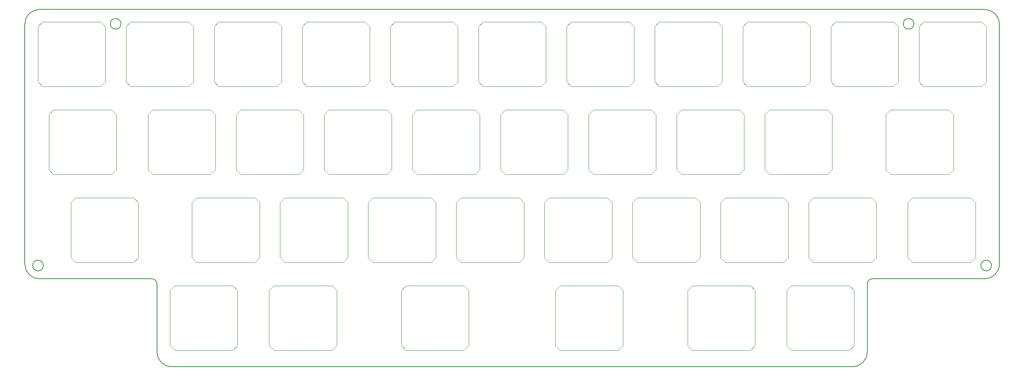
<source format=gbr>
%TF.GenerationSoftware,KiCad,Pcbnew,(7.0.0)*%
%TF.CreationDate,2023-08-01T20:03:55+02:00*%
%TF.ProjectId,travaulta plate topre,74726176-6175-46c7-9461-20706c617465,rev?*%
%TF.SameCoordinates,Original*%
%TF.FileFunction,Profile,NP*%
%FSLAX46Y46*%
G04 Gerber Fmt 4.6, Leading zero omitted, Abs format (unit mm)*
G04 Created by KiCad (PCBNEW (7.0.0)) date 2023-08-01 20:03:55*
%MOMM*%
%LPD*%
G01*
G04 APERTURE LIST*
%TA.AperFunction,Profile*%
%ADD10C,0.200000*%
%TD*%
%TA.AperFunction,Profile*%
%ADD11C,0.050000*%
%TD*%
%TA.AperFunction,Profile*%
%ADD12C,0.120000*%
%TD*%
G04 APERTURE END LIST*
D10*
X72450000Y-121724999D02*
X72450000Y-106974999D01*
X252884375Y-102933999D02*
G75*
G03*
X252884375Y-102933999I-1150000J0D01*
G01*
D11*
X61087000Y-50927000D02*
X61087000Y-50927000D01*
D10*
X47866000Y-102933999D02*
G75*
G03*
X47866000Y-102933999I-1150000J0D01*
G01*
X251475000Y-105775000D02*
G75*
G03*
X254575000Y-102674999I0J3100000D01*
G01*
X72450001Y-106974999D02*
G75*
G03*
X71250000Y-105774999I-1200001J-1D01*
G01*
X46975000Y-47474999D02*
X251475000Y-47474999D01*
X226000000Y-106974999D02*
X226000000Y-121724999D01*
X222900000Y-124824999D02*
X75550000Y-124824999D01*
X64650000Y-50574999D02*
G75*
G03*
X64650000Y-50574999I-1150000J0D01*
G01*
X236100000Y-50574999D02*
G75*
G03*
X236100000Y-50574999I-1150000J0D01*
G01*
X43875001Y-102674999D02*
G75*
G03*
X46975000Y-105774999I3099999J-1D01*
G01*
X254575001Y-50574999D02*
G75*
G03*
X251475000Y-47474999I-3100001J-1D01*
G01*
X227200000Y-105775000D02*
G75*
G03*
X226000000Y-106974999I0J-1200000D01*
G01*
X222900000Y-124825000D02*
G75*
G03*
X226000000Y-121724999I0J3100000D01*
G01*
X254575000Y-50574999D02*
X254575000Y-102674999D01*
X46975000Y-47475000D02*
G75*
G03*
X43875000Y-50574999I0J-3100000D01*
G01*
X71250000Y-105774999D02*
X46975000Y-105774999D01*
X251475000Y-105774999D02*
X227200000Y-105774999D01*
X72450001Y-121724999D02*
G75*
G03*
X75550000Y-124824999I3099999J-1D01*
G01*
X43875000Y-102674999D02*
X43875000Y-50574999D01*
D12*
%TO.C,REF\u002A\u002A*%
X208600000Y-108300000D02*
X208600000Y-120300000D01*
X208600000Y-120300000D02*
X209600000Y-121300000D01*
X209600000Y-107300000D02*
X208600000Y-108300000D01*
X209600000Y-121300000D02*
X222200000Y-121300000D01*
X222200000Y-107300000D02*
X209600000Y-107300000D01*
X222200000Y-107300000D02*
X223200000Y-108300000D01*
X222200000Y-121300000D02*
X223200000Y-120300000D01*
X223200000Y-120300000D02*
X223200000Y-108300000D01*
X213362500Y-89250000D02*
X213362500Y-101250000D01*
X213362500Y-101250000D02*
X214362500Y-102250000D01*
X214362500Y-88250000D02*
X213362500Y-89250000D01*
X214362500Y-102250000D02*
X226962500Y-102250000D01*
X226962500Y-88250000D02*
X214362500Y-88250000D01*
X226962500Y-88250000D02*
X227962500Y-89250000D01*
X226962500Y-102250000D02*
X227962500Y-101250000D01*
X227962500Y-101250000D02*
X227962500Y-89250000D01*
X125255000Y-108300000D02*
X125255000Y-120300000D01*
X125255000Y-120300000D02*
X126255000Y-121300000D01*
X126255000Y-107300000D02*
X125255000Y-108300000D01*
X126255000Y-121300000D02*
X138855000Y-121300000D01*
X138855000Y-107300000D02*
X126255000Y-107300000D01*
X138855000Y-107300000D02*
X139855000Y-108300000D01*
X138855000Y-121300000D02*
X139855000Y-120300000D01*
X139855000Y-120300000D02*
X139855000Y-108300000D01*
X165737500Y-70200000D02*
X165737500Y-82200000D01*
X165737500Y-82200000D02*
X166737500Y-83200000D01*
X166737500Y-69200000D02*
X165737500Y-70200000D01*
X166737500Y-83200000D02*
X179337500Y-83200000D01*
X179337500Y-69200000D02*
X166737500Y-69200000D01*
X179337500Y-69200000D02*
X180337500Y-70200000D01*
X179337500Y-83200000D02*
X180337500Y-82200000D01*
X180337500Y-82200000D02*
X180337500Y-70200000D01*
X96680000Y-108300000D02*
X96680000Y-120300000D01*
X96680000Y-120300000D02*
X97680000Y-121300000D01*
X97680000Y-107300000D02*
X96680000Y-108300000D01*
X97680000Y-121300000D02*
X110280000Y-121300000D01*
X110280000Y-107300000D02*
X97680000Y-107300000D01*
X110280000Y-107300000D02*
X111280000Y-108300000D01*
X110280000Y-121300000D02*
X111280000Y-120300000D01*
X111280000Y-120300000D02*
X111280000Y-108300000D01*
X108587500Y-70200000D02*
X108587500Y-82200000D01*
X108587500Y-82200000D02*
X109587500Y-83200000D01*
X109587500Y-69200000D02*
X108587500Y-70200000D01*
X109587500Y-83200000D02*
X122187500Y-83200000D01*
X122187500Y-69200000D02*
X109587500Y-69200000D01*
X122187500Y-69200000D02*
X123187500Y-70200000D01*
X122187500Y-83200000D02*
X123187500Y-82200000D01*
X123187500Y-82200000D02*
X123187500Y-70200000D01*
X75250000Y-108300000D02*
X75250000Y-120300000D01*
X75250000Y-120300000D02*
X76250000Y-121300000D01*
X76250000Y-107300000D02*
X75250000Y-108300000D01*
X76250000Y-121300000D02*
X88850000Y-121300000D01*
X88850000Y-107300000D02*
X76250000Y-107300000D01*
X88850000Y-107300000D02*
X89850000Y-108300000D01*
X88850000Y-121300000D02*
X89850000Y-120300000D01*
X89850000Y-120300000D02*
X89850000Y-108300000D01*
X49058000Y-70200000D02*
X49058000Y-82200000D01*
X49058000Y-82200000D02*
X50058000Y-83200000D01*
X50058000Y-69200000D02*
X49058000Y-70200000D01*
X50058000Y-83200000D02*
X62658000Y-83200000D01*
X62658000Y-69200000D02*
X50058000Y-69200000D01*
X62658000Y-69200000D02*
X63658000Y-70200000D01*
X62658000Y-83200000D02*
X63658000Y-82200000D01*
X63658000Y-82200000D02*
X63658000Y-70200000D01*
X70487500Y-70200000D02*
X70487500Y-82200000D01*
X70487500Y-82200000D02*
X71487500Y-83200000D01*
X71487500Y-69200000D02*
X70487500Y-70200000D01*
X71487500Y-83200000D02*
X84087500Y-83200000D01*
X84087500Y-69200000D02*
X71487500Y-69200000D01*
X84087500Y-69200000D02*
X85087500Y-70200000D01*
X84087500Y-83200000D02*
X85087500Y-82200000D01*
X85087500Y-82200000D02*
X85087500Y-70200000D01*
X230030000Y-70200000D02*
X230030000Y-82200000D01*
X230030000Y-82200000D02*
X231030000Y-83200000D01*
X231030000Y-69200000D02*
X230030000Y-70200000D01*
X231030000Y-83200000D02*
X243630000Y-83200000D01*
X243630000Y-69200000D02*
X231030000Y-69200000D01*
X243630000Y-69200000D02*
X244630000Y-70200000D01*
X243630000Y-83200000D02*
X244630000Y-82200000D01*
X244630000Y-82200000D02*
X244630000Y-70200000D01*
X122875000Y-51150000D02*
X122875000Y-63150000D01*
X122875000Y-63150000D02*
X123875000Y-64150000D01*
X123875000Y-50150000D02*
X122875000Y-51150000D01*
X123875000Y-64150000D02*
X136475000Y-64150000D01*
X136475000Y-50150000D02*
X123875000Y-50150000D01*
X136475000Y-50150000D02*
X137475000Y-51150000D01*
X136475000Y-64150000D02*
X137475000Y-63150000D01*
X137475000Y-63150000D02*
X137475000Y-51150000D01*
X158592000Y-108300000D02*
X158592000Y-120300000D01*
X158592000Y-120300000D02*
X159592000Y-121300000D01*
X159592000Y-107300000D02*
X158592000Y-108300000D01*
X159592000Y-121300000D02*
X172192000Y-121300000D01*
X172192000Y-107300000D02*
X159592000Y-107300000D01*
X172192000Y-107300000D02*
X173192000Y-108300000D01*
X172192000Y-121300000D02*
X173192000Y-120300000D01*
X173192000Y-120300000D02*
X173192000Y-108300000D01*
X194312500Y-89250000D02*
X194312500Y-101250000D01*
X194312500Y-101250000D02*
X195312500Y-102250000D01*
X195312500Y-88250000D02*
X194312500Y-89250000D01*
X195312500Y-102250000D02*
X207912500Y-102250000D01*
X207912500Y-88250000D02*
X195312500Y-88250000D01*
X207912500Y-88250000D02*
X208912500Y-89250000D01*
X207912500Y-102250000D02*
X208912500Y-101250000D01*
X208912500Y-101250000D02*
X208912500Y-89250000D01*
X218125000Y-51150000D02*
X218125000Y-63150000D01*
X218125000Y-63150000D02*
X219125000Y-64150000D01*
X219125000Y-50150000D02*
X218125000Y-51150000D01*
X219125000Y-64150000D02*
X231725000Y-64150000D01*
X231725000Y-50150000D02*
X219125000Y-50150000D01*
X231725000Y-50150000D02*
X232725000Y-51150000D01*
X231725000Y-64150000D02*
X232725000Y-63150000D01*
X232725000Y-63150000D02*
X232725000Y-51150000D01*
X80012500Y-89250000D02*
X80012500Y-101250000D01*
X80012500Y-101250000D02*
X81012500Y-102250000D01*
X81012500Y-88250000D02*
X80012500Y-89250000D01*
X81012500Y-102250000D02*
X93612500Y-102250000D01*
X93612500Y-88250000D02*
X81012500Y-88250000D01*
X93612500Y-88250000D02*
X94612500Y-89250000D01*
X93612500Y-102250000D02*
X94612500Y-101250000D01*
X94612500Y-101250000D02*
X94612500Y-89250000D01*
X160975000Y-51150000D02*
X160975000Y-63150000D01*
X160975000Y-63150000D02*
X161975000Y-64150000D01*
X161975000Y-50150000D02*
X160975000Y-51150000D01*
X161975000Y-64150000D02*
X174575000Y-64150000D01*
X174575000Y-50150000D02*
X161975000Y-50150000D01*
X174575000Y-50150000D02*
X175575000Y-51150000D01*
X174575000Y-64150000D02*
X175575000Y-63150000D01*
X175575000Y-63150000D02*
X175575000Y-51150000D01*
X137162500Y-89250000D02*
X137162500Y-101250000D01*
X137162500Y-101250000D02*
X138162500Y-102250000D01*
X138162500Y-88250000D02*
X137162500Y-89250000D01*
X138162500Y-102250000D02*
X150762500Y-102250000D01*
X150762500Y-88250000D02*
X138162500Y-88250000D01*
X150762500Y-88250000D02*
X151762500Y-89250000D01*
X150762500Y-102250000D02*
X151762500Y-101250000D01*
X151762500Y-101250000D02*
X151762500Y-89250000D01*
X118112500Y-89250000D02*
X118112500Y-101250000D01*
X118112500Y-101250000D02*
X119112500Y-102250000D01*
X119112500Y-88250000D02*
X118112500Y-89250000D01*
X119112500Y-102250000D02*
X131712500Y-102250000D01*
X131712500Y-88250000D02*
X119112500Y-88250000D01*
X131712500Y-88250000D02*
X132712500Y-89250000D01*
X131712500Y-102250000D02*
X132712500Y-101250000D01*
X132712500Y-101250000D02*
X132712500Y-89250000D01*
X46675000Y-51150000D02*
X46675000Y-63150000D01*
X46675000Y-63150000D02*
X47675000Y-64150000D01*
X47675000Y-50150000D02*
X46675000Y-51150000D01*
X47675000Y-64150000D02*
X60275000Y-64150000D01*
X60275000Y-50150000D02*
X47675000Y-50150000D01*
X60275000Y-50150000D02*
X61275000Y-51150000D01*
X60275000Y-64150000D02*
X61275000Y-63150000D01*
X61275000Y-63150000D02*
X61275000Y-51150000D01*
X203837500Y-70200000D02*
X203837500Y-82200000D01*
X203837500Y-82200000D02*
X204837500Y-83200000D01*
X204837500Y-69200000D02*
X203837500Y-70200000D01*
X204837500Y-83200000D02*
X217437500Y-83200000D01*
X217437500Y-69200000D02*
X204837500Y-69200000D01*
X217437500Y-69200000D02*
X218437500Y-70200000D01*
X217437500Y-83200000D02*
X218437500Y-82200000D01*
X218437500Y-82200000D02*
X218437500Y-70200000D01*
X89537500Y-70200000D02*
X89537500Y-82200000D01*
X89537500Y-82200000D02*
X90537500Y-83200000D01*
X90537500Y-69200000D02*
X89537500Y-70200000D01*
X90537500Y-83200000D02*
X103137500Y-83200000D01*
X103137500Y-69200000D02*
X90537500Y-69200000D01*
X103137500Y-69200000D02*
X104137500Y-70200000D01*
X103137500Y-83200000D02*
X104137500Y-82200000D01*
X104137500Y-82200000D02*
X104137500Y-70200000D01*
X156212500Y-89250000D02*
X156212500Y-101250000D01*
X156212500Y-101250000D02*
X157212500Y-102250000D01*
X157212500Y-88250000D02*
X156212500Y-89250000D01*
X157212500Y-102250000D02*
X169812500Y-102250000D01*
X169812500Y-88250000D02*
X157212500Y-88250000D01*
X169812500Y-88250000D02*
X170812500Y-89250000D01*
X169812500Y-102250000D02*
X170812500Y-101250000D01*
X170812500Y-101250000D02*
X170812500Y-89250000D01*
X184787500Y-70200000D02*
X184787500Y-82200000D01*
X184787500Y-82200000D02*
X185787500Y-83200000D01*
X185787500Y-69200000D02*
X184787500Y-70200000D01*
X185787500Y-83200000D02*
X198387500Y-83200000D01*
X198387500Y-69200000D02*
X185787500Y-69200000D01*
X198387500Y-69200000D02*
X199387500Y-70200000D01*
X198387500Y-83200000D02*
X199387500Y-82200000D01*
X199387500Y-82200000D02*
X199387500Y-70200000D01*
X103825000Y-51150000D02*
X103825000Y-63150000D01*
X103825000Y-63150000D02*
X104825000Y-64150000D01*
X104825000Y-50150000D02*
X103825000Y-51150000D01*
X104825000Y-64150000D02*
X117425000Y-64150000D01*
X117425000Y-50150000D02*
X104825000Y-50150000D01*
X117425000Y-50150000D02*
X118425000Y-51150000D01*
X117425000Y-64150000D02*
X118425000Y-63150000D01*
X118425000Y-63150000D02*
X118425000Y-51150000D01*
X175262500Y-89250000D02*
X175262500Y-101250000D01*
X175262500Y-101250000D02*
X176262500Y-102250000D01*
X176262500Y-88250000D02*
X175262500Y-89250000D01*
X176262500Y-102250000D02*
X188862500Y-102250000D01*
X188862500Y-88250000D02*
X176262500Y-88250000D01*
X188862500Y-88250000D02*
X189862500Y-89250000D01*
X188862500Y-102250000D02*
X189862500Y-101250000D01*
X189862500Y-101250000D02*
X189862500Y-89250000D01*
X180025000Y-51150000D02*
X180025000Y-63150000D01*
X180025000Y-63150000D02*
X181025000Y-64150000D01*
X181025000Y-50150000D02*
X180025000Y-51150000D01*
X181025000Y-64150000D02*
X193625000Y-64150000D01*
X193625000Y-50150000D02*
X181025000Y-50150000D01*
X193625000Y-50150000D02*
X194625000Y-51150000D01*
X193625000Y-64150000D02*
X194625000Y-63150000D01*
X194625000Y-63150000D02*
X194625000Y-51150000D01*
X187170000Y-108300000D02*
X187170000Y-120300000D01*
X187170000Y-120300000D02*
X188170000Y-121300000D01*
X188170000Y-107300000D02*
X187170000Y-108300000D01*
X188170000Y-121300000D02*
X200770000Y-121300000D01*
X200770000Y-107300000D02*
X188170000Y-107300000D01*
X200770000Y-107300000D02*
X201770000Y-108300000D01*
X200770000Y-121300000D02*
X201770000Y-120300000D01*
X201770000Y-120300000D02*
X201770000Y-108300000D01*
X237175000Y-51150000D02*
X237175000Y-63150000D01*
X237175000Y-63150000D02*
X238175000Y-64150000D01*
X238175000Y-50150000D02*
X237175000Y-51150000D01*
X238175000Y-64150000D02*
X250775000Y-64150000D01*
X250775000Y-50150000D02*
X238175000Y-50150000D01*
X250775000Y-50150000D02*
X251775000Y-51150000D01*
X250775000Y-64150000D02*
X251775000Y-63150000D01*
X251775000Y-63150000D02*
X251775000Y-51150000D01*
X141925000Y-51150000D02*
X141925000Y-63150000D01*
X141925000Y-63150000D02*
X142925000Y-64150000D01*
X142925000Y-50150000D02*
X141925000Y-51150000D01*
X142925000Y-64150000D02*
X155525000Y-64150000D01*
X155525000Y-50150000D02*
X142925000Y-50150000D01*
X155525000Y-50150000D02*
X156525000Y-51150000D01*
X155525000Y-64150000D02*
X156525000Y-63150000D01*
X156525000Y-63150000D02*
X156525000Y-51150000D01*
X53820000Y-89250000D02*
X53820000Y-101250000D01*
X53820000Y-101250000D02*
X54820000Y-102250000D01*
X54820000Y-88250000D02*
X53820000Y-89250000D01*
X54820000Y-102250000D02*
X67420000Y-102250000D01*
X67420000Y-88250000D02*
X54820000Y-88250000D01*
X67420000Y-88250000D02*
X68420000Y-89250000D01*
X67420000Y-102250000D02*
X68420000Y-101250000D01*
X68420000Y-101250000D02*
X68420000Y-89250000D01*
X84775000Y-51150000D02*
X84775000Y-63150000D01*
X84775000Y-63150000D02*
X85775000Y-64150000D01*
X85775000Y-50150000D02*
X84775000Y-51150000D01*
X85775000Y-64150000D02*
X98375000Y-64150000D01*
X98375000Y-50150000D02*
X85775000Y-50150000D01*
X98375000Y-50150000D02*
X99375000Y-51150000D01*
X98375000Y-64150000D02*
X99375000Y-63150000D01*
X99375000Y-63150000D02*
X99375000Y-51150000D01*
X65725000Y-51150000D02*
X65725000Y-63150000D01*
X65725000Y-63150000D02*
X66725000Y-64150000D01*
X66725000Y-50150000D02*
X65725000Y-51150000D01*
X66725000Y-64150000D02*
X79325000Y-64150000D01*
X79325000Y-50150000D02*
X66725000Y-50150000D01*
X79325000Y-50150000D02*
X80325000Y-51150000D01*
X79325000Y-64150000D02*
X80325000Y-63150000D01*
X80325000Y-63150000D02*
X80325000Y-51150000D01*
X127637500Y-70200000D02*
X127637500Y-82200000D01*
X127637500Y-82200000D02*
X128637500Y-83200000D01*
X128637500Y-69200000D02*
X127637500Y-70200000D01*
X128637500Y-83200000D02*
X141237500Y-83200000D01*
X141237500Y-69200000D02*
X128637500Y-69200000D01*
X141237500Y-69200000D02*
X142237500Y-70200000D01*
X141237500Y-83200000D02*
X142237500Y-82200000D01*
X142237500Y-82200000D02*
X142237500Y-70200000D01*
X234795000Y-89250000D02*
X234795000Y-101250000D01*
X234795000Y-101250000D02*
X235795000Y-102250000D01*
X235795000Y-88250000D02*
X234795000Y-89250000D01*
X235795000Y-102250000D02*
X248395000Y-102250000D01*
X248395000Y-88250000D02*
X235795000Y-88250000D01*
X248395000Y-88250000D02*
X249395000Y-89250000D01*
X248395000Y-102250000D02*
X249395000Y-101250000D01*
X249395000Y-101250000D02*
X249395000Y-89250000D01*
X99062500Y-89250000D02*
X99062500Y-101250000D01*
X99062500Y-101250000D02*
X100062500Y-102250000D01*
X100062500Y-88250000D02*
X99062500Y-89250000D01*
X100062500Y-102250000D02*
X112662500Y-102250000D01*
X112662500Y-88250000D02*
X100062500Y-88250000D01*
X112662500Y-88250000D02*
X113662500Y-89250000D01*
X112662500Y-102250000D02*
X113662500Y-101250000D01*
X113662500Y-101250000D02*
X113662500Y-89250000D01*
X199075000Y-51150000D02*
X199075000Y-63150000D01*
X199075000Y-63150000D02*
X200075000Y-64150000D01*
X200075000Y-50150000D02*
X199075000Y-51150000D01*
X200075000Y-64150000D02*
X212675000Y-64150000D01*
X212675000Y-50150000D02*
X200075000Y-50150000D01*
X212675000Y-50150000D02*
X213675000Y-51150000D01*
X212675000Y-64150000D02*
X213675000Y-63150000D01*
X213675000Y-63150000D02*
X213675000Y-51150000D01*
X146687500Y-70200000D02*
X146687500Y-82200000D01*
X146687500Y-82200000D02*
X147687500Y-83200000D01*
X147687500Y-69200000D02*
X146687500Y-70200000D01*
X147687500Y-83200000D02*
X160287500Y-83200000D01*
X160287500Y-69200000D02*
X147687500Y-69200000D01*
X160287500Y-69200000D02*
X161287500Y-70200000D01*
X160287500Y-83200000D02*
X161287500Y-82200000D01*
X161287500Y-82200000D02*
X161287500Y-70200000D01*
%TD*%
M02*

</source>
